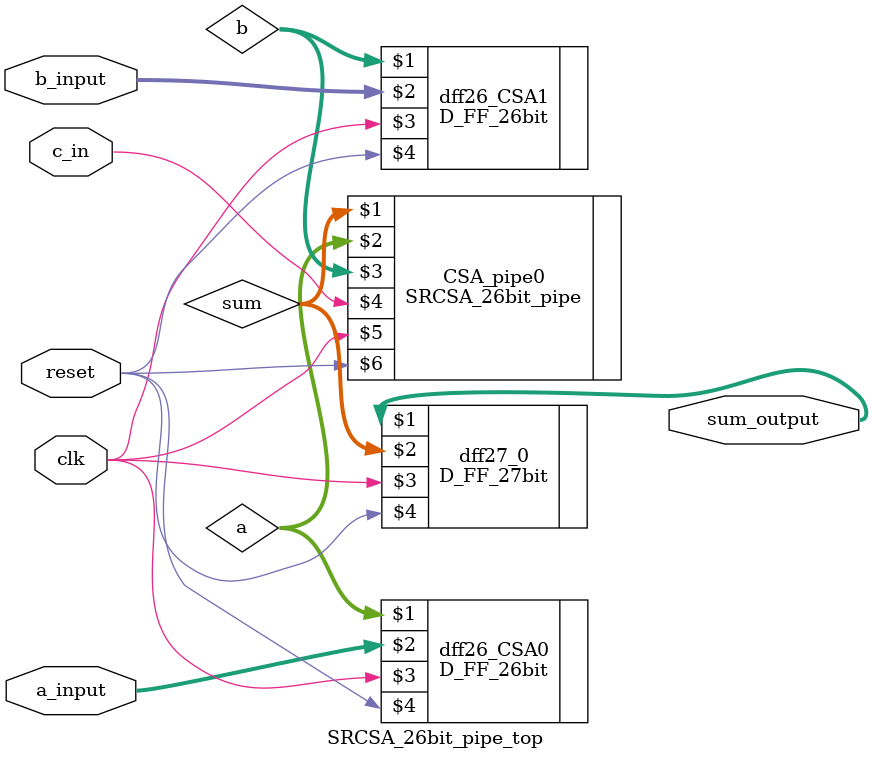
<source format=v>
`include "SRCSA_26bit_pipe.v"
`include "D_FF_26bit.v"
`include "D_FF_27bit.v"

module SRCSA_26bit_pipe_top (sum_output, a_input, b_input, c_in, clk, reset);

    output [27-1:0] sum_output;  // module에서는 input, output이 wire로 선언됨. 
    input [26-1:0] a_input, b_input; // module에서는 reg는 behavior level에서만 사용 할 수 있음.
    input clk, reset;
    input c_in;

    wire [27-1:0] sum;
    wire [26-1:0] a,b ;

    D_FF_26bit dff26_CSA0 ( a, a_input, clk, reset); // 전체 입력 a 보관용 DFF
    D_FF_26bit dff26_CSA1 ( b, b_input, clk, reset); // 전체 입력 b 보관용 DFF

    SRCSA_26bit_pipe CSA_pipe0 (sum, a, b, c_in, clk, reset); // comb circuit

    D_FF_27bit dff27_0 ( sum_output, sum, clk, reset); // 전체 출력 sum_output 보관용 DFF

endmodule


</source>
